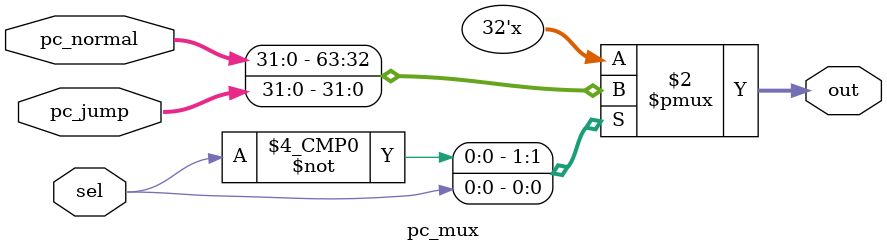
<source format=v>
`timescale 1ns / 1ps


module pc_mux(//ÓÃÕâ¸ömuxµÄÊ±ºò£¬sel=idflush, Á½¸öpcµÄÊäÈë·Ö±ðÊÇALU_adderµÄresultºÍPC_adder µÄresult
input [31:0] pc_normal, pc_jump,
input sel,
output reg [31:0]out

    );
always @(pc_normal, pc_jump, sel)
    begin
    case(sel)
   0: out<=pc_normal;
   1: out<=pc_jump;
   default: out<=32'b0;
    endcase
    end
    
endmodule

</source>
